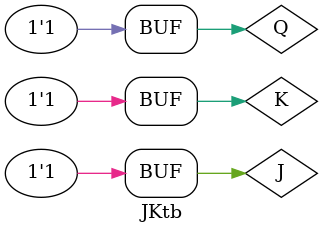
<source format=v>
`include "JKflipflop.v"
module JKtb();
reg J,K,Q;
JK i(Qn,P,J,K,Q);
initial begin
	Q=0;J=0;K=0;
#1	Q=0;J=0;K=1;
#1	Q=0;J=1;K=0;
#1	Q=0;J=1;K=1;
#1	Q=1;J=0;K=0;
#1	Q=1;J=0;K=1;
#1	Q=1;J=1;K=0;
#1	Q=1;J=1;K=1;

end

initial begin
	$monitor("Q=%d J=%d K=%d Qn=%d ~Qn=%d",Q,J,K,Qn,P);
end

endmodule

</source>
